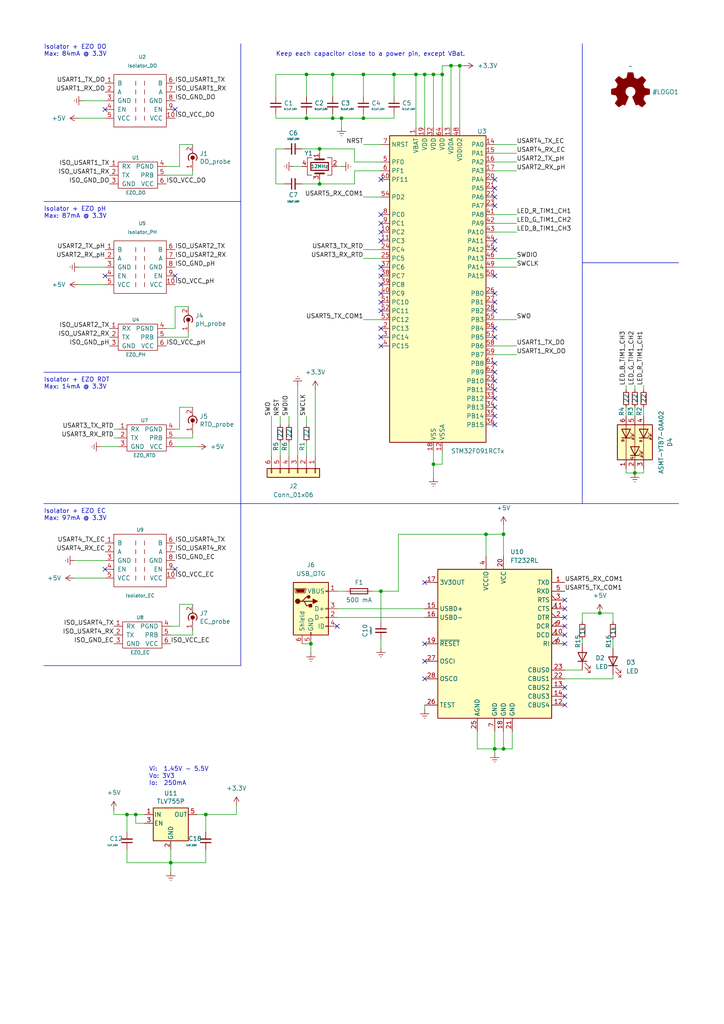
<source format=kicad_sch>
(kicad_sch (version 20230121) (generator eeschema)
  (paper "A4" portrait)
  (title_block (title "Sensor Board") (date "2023-07-06") (rev "1") (comment 1 "João Resende"))
  (lib_symbols
    (symbol "Connector:Conn_Coaxial_Power" (pin_names (offset 1.016) hide)
      (property "Reference" "J" (at -5.08 -1.27 90))
      (property "Value" "Conn_Coaxial_Power" (at -3.175 -1.27 90))
      (symbol "Conn_Coaxial_Power_1_1"
        (pin passive line (at 0 2.54 270) (length 2.54) (name "In") (number "1"))
        (pin passive line (at 0 -5.08 90) (length 2.54) (name "Ext") (number "2"))
      )
    )
    (symbol "Connector:USB_OTG" (pin_names (offset 1.016))
      (property "Reference" "J" (at -5.08 11.43 0))
      (property "Value" "USB_OTG" (at -5.08 8.89 0))
      (symbol "USB_OTG_1_1"
        (pin passive line (at 7.62 5.08 180) (length 2.54) (name "VBUS") (number "1"))
        (pin bidirectional line (at 7.62 -2.54 180) (length 2.54) (name "D-") (number "2"))
        (pin bidirectional line (at 7.62 0 180) (length 2.54) (name "D+") (number "3"))
        (pin passive line (at 7.62 -5.08 180) (length 2.54) (name "ID") (number "4"))
        (pin passive line (at 0 -10.16 90) (length 2.54) (name "GND") (number "5"))
        (pin passive line (at -2.54 -10.16 90) (length 2.54) (name "Shield") (number "6"))
      )
    )
    (symbol "Connector_Generic:Conn_01x06" (pin_names (offset 1.016) hide)
      (property "Reference" "J" (at 0 7.62 0))
      (property "Value" "Conn_01x06" (at 0 -10.16 0))
      (symbol "Conn_01x06_1_1"
        (pin passive line (at -5.08 5.08 0) (length 3.81) (name "Pin_1") (number "1"))
        (pin passive line (at -5.08 2.54 0) (length 3.81) (name "Pin_2") (number "2"))
        (pin passive line (at -5.08 0 0) (length 3.81) (name "Pin_3") (number "3"))
        (pin passive line (at -5.08 -2.54 0) (length 3.81) (name "Pin_4") (number "4"))
        (pin passive line (at -5.08 -5.08 0) (length 3.81) (name "Pin_5") (number "5"))
        (pin passive line (at -5.08 -7.62 0) (length 3.81) (name "Pin_6") (number "6"))
      )
    )
    (symbol "Device:C_Small" (pin_numbers hide) (pin_names (offset 0.254) hide)
      (property "Reference" "C" (at 0.254 1.778 0))
      (property "Value" "C_Small" (at 0.254 -2.032 0))
      (symbol "C_Small_1_1"
        (pin passive line (at 0 2.54 270) (length 2.032) (name "~") (number "1"))
        (pin passive line (at 0 -2.54 90) (length 2.032) (name "~") (number "2"))
      )
    )
    (symbol "Device:Crystal_GND24" (pin_names (offset 1.016) hide)
      (property "Reference" "Y" (at 3.175 5.08 0))
      (property "Value" "Crystal_GND24" (at 3.175 3.175 0))
      (symbol "Crystal_GND24_1_1"
        (pin passive line (at -3.81 0 0) (length 1.27) (name "1") (number "1"))
        (pin passive line (at 0 5.08 270) (length 1.27) (name "2") (number "2"))
        (pin passive line (at 3.81 0 180) (length 1.27) (name "3") (number "3"))
        (pin passive line (at 0 -5.08 90) (length 1.27) (name "4") (number "4"))
      )
    )
    (symbol "Device:Fuse" (pin_numbers hide) (pin_names (offset 0))
      (property "Reference" "F" (at 2.032 0 90))
      (property "Value" "Fuse" (at -1.905 0 90))
      (symbol "Fuse_1_1"
        (pin passive line (at 0 3.81 270) (length 1.27) (name "~") (number "1"))
        (pin passive line (at 0 -3.81 90) (length 1.27) (name "~") (number "2"))
      )
    )
    (symbol "Device:LED" (pin_numbers hide) (pin_names (offset 1.016) hide)
      (property "Reference" "D" (at 0 2.54 0))
      (property "Value" "LED" (at 0 -2.54 0))
      (symbol "LED_1_1"
        (pin passive line (at -3.81 0 0) (length 2.54) (name "K") (number "1"))
        (pin passive line (at 3.81 0 180) (length 2.54) (name "A") (number "2"))
      )
    )
    (symbol "Device:R_Small" (pin_numbers hide) (pin_names (offset 0.254) hide)
      (property "Reference" "R" (at 0.762 0.508 0))
      (property "Value" "R_Small" (at 0.762 -1.016 0))
      (symbol "R_Small_1_1"
        (pin passive line (at 0 2.54 270) (length 0.762) (name "~") (number "1"))
        (pin passive line (at 0 -2.54 90) (length 0.762) (name "~") (number "2"))
      )
    )
    (symbol "Graphic:Logo_Open_Hardware_Small" (in_bom no) (on_board no))
    (symbol "Interface_USB:FT232RL"
      (property "Reference" "U" (at -16.51 22.86 0))
      (property "Value" "FT232RL" (at 10.16 22.86 0))
      (symbol "FT232RL_1_1"
        (pin output line (at 20.32 17.78 180) (length 3.81) (name "TXD") (number "1"))
        (pin input input_low (at 20.32 2.54 180) (length 3.81) (name "DCD") (number "10"))
        (pin input input_low (at 20.32 10.16 180) (length 3.81) (name "CTS") (number "11"))
        (pin bidirectional line (at 20.32 -17.78 180) (length 3.81) (name "CBUS4") (number "12"))
        (pin bidirectional line (at 20.32 -12.7 180) (length 3.81) (name "CBUS2") (number "13"))
        (pin bidirectional line (at 20.32 -15.24 180) (length 3.81) (name "CBUS3") (number "14"))
        (pin bidirectional line (at -20.32 10.16 0) (length 3.81) (name "USBD+") (number "15"))
        (pin bidirectional line (at -20.32 7.62 0) (length 3.81) (name "USBD-") (number "16"))
        (pin power_out line (at -20.32 17.78 0) (length 3.81) (name "3V3OUT") (number "17"))
        (pin power_in line (at 2.54 -25.4 90) (length 3.81) (name "GND") (number "18"))
        (pin input line (at -20.32 0 0) (length 3.81) (name "~{RESET}") (number "19"))
        (pin output output_low (at 20.32 7.62 180) (length 3.81) (name "DTR") (number "2"))
        (pin power_in line (at 2.54 25.4 270) (length 3.81) (name "VCC") (number "20"))
        (pin power_in line (at 5.08 -25.4 90) (length 3.81) (name "GND") (number "21"))
        (pin bidirectional line (at 20.32 -10.16 180) (length 3.81) (name "CBUS1") (number "22"))
        (pin bidirectional line (at 20.32 -7.62 180) (length 3.81) (name "CBUS0") (number "23"))
        (pin power_in line (at -5.08 -25.4 90) (length 3.81) (name "AGND") (number "25"))
        (pin input line (at -20.32 -17.78 0) (length 3.81) (name "TEST") (number "26"))
        (pin input line (at -20.32 -5.08 0) (length 3.81) (name "OSCI") (number "27"))
        (pin output line (at -20.32 -10.16 0) (length 3.81) (name "OSCO") (number "28"))
        (pin output output_low (at 20.32 12.7 180) (length 3.81) (name "RTS") (number "3"))
        (pin power_in line (at -2.54 25.4 270) (length 3.81) (name "VCCIO") (number "4"))
        (pin input line (at 20.32 15.24 180) (length 3.81) (name "RXD") (number "5"))
        (pin input input_low (at 20.32 0 180) (length 3.81) (name "RI") (number "6"))
        (pin power_in line (at 0 -25.4 90) (length 3.81) (name "GND") (number "7"))
        (pin input input_low (at 20.32 5.08 180) (length 3.81) (name "DCR") (number "9"))
      )
    )
    (symbol "LED:ASMT-YTB7-0AA02" (pin_names hide)
      (property "Reference" "D" (at -5.08 6.35 0))
      (property "Value" "ASMT-YTB7-0AA02" (at -5.08 -6.35 0))
      (symbol "ASMT-YTB7-0AA02_0_0"
        (text "B" (at -0.508 -3.4544 0) (effects (font (size 0.762 0.762))))
        (text "G" (at 4.5466 -0.8382 0) (effects (font (size 0.762 0.762))))
        (text "R" (at -0.381 1.8034 0) (effects (font (size 0.762 0.762))))
      )
      (symbol "ASMT-YTB7-0AA02_1_1"
        (pin passive line (at 7.62 -2.54 180) (length 2.54) (name "KB") (number "1"))
        (pin passive line (at 7.62 0 180) (length 2.54) (name "KG") (number "2"))
        (pin passive line (at 7.62 2.54 180) (length 2.54) (name "KR") (number "3"))
        (pin passive line (at -7.62 2.54 0) (length 2.54) (name "AR") (number "4"))
        (pin passive line (at -7.62 0 0) (length 2.54) (name "AG") (number "5"))
        (pin passive line (at -7.62 -2.54 0) (length 2.54) (name "AB") (number "6"))
      )
    )
    (symbol "MCU_ST_STM32F0:STM32F091RCTx"
      (property "Reference" "U" (at -12.7 46.99 0))
      (property "Value" "STM32F091RCTx" (at 10.16 46.99 0))
      (symbol "STM32F091RCTx_1_1"
        (pin power_in line (at -5.08 48.26 270) (length 2.54) (name "VBAT") (number "1"))
        (pin bidirectional line (at -15.24 17.78 0) (length 2.54) (name "PC2") (number "10"))
        (pin bidirectional line (at -15.24 15.24 0) (length 2.54) (name "PC3") (number "11"))
        (pin power_in line (at 2.54 -45.72 90) (length 2.54) (name "VSSA") (number "12"))
        (pin power_in line (at 5.08 48.26 270) (length 2.54) (name "VDDA") (number "13"))
        (pin bidirectional line (at 17.78 43.18 180) (length 2.54) (name "PA0") (number "14"))
        (pin bidirectional line (at 17.78 40.64 180) (length 2.54) (name "PA1") (number "15"))
        (pin bidirectional line (at 17.78 38.1 180) (length 2.54) (name "PA2") (number "16"))
        (pin bidirectional line (at 17.78 35.56 180) (length 2.54) (name "PA3") (number "17"))
        (pin power_in line (at 0 -45.72 90) (length 2.54) (name "VSS") (number "18"))
        (pin power_in line (at -2.54 48.26 270) (length 2.54) (name "VDD") (number "19"))
        (pin bidirectional line (at -15.24 -10.16 0) (length 2.54) (name "PC13") (number "2"))
        (pin bidirectional line (at 17.78 33.02 180) (length 2.54) (name "PA4") (number "20"))
        (pin bidirectional line (at 17.78 30.48 180) (length 2.54) (name "PA5") (number "21"))
        (pin bidirectional line (at 17.78 27.94 180) (length 2.54) (name "PA6") (number "22"))
        (pin bidirectional line (at 17.78 25.4 180) (length 2.54) (name "PA7") (number "23"))
        (pin bidirectional line (at -15.24 12.7 0) (length 2.54) (name "PC4") (number "24"))
        (pin bidirectional line (at -15.24 10.16 0) (length 2.54) (name "PC5") (number "25"))
        (pin bidirectional line (at 17.78 0 180) (length 2.54) (name "PB0") (number "26"))
        (pin bidirectional line (at 17.78 -2.54 180) (length 2.54) (name "PB1") (number "27"))
        (pin bidirectional line (at 17.78 -5.08 180) (length 2.54) (name "PB2") (number "28"))
        (pin bidirectional line (at 17.78 -25.4 180) (length 2.54) (name "PB10") (number "29"))
        (pin bidirectional line (at -15.24 -12.7 0) (length 2.54) (name "PC14") (number "3"))
        (pin bidirectional line (at 17.78 -27.94 180) (length 2.54) (name "PB11") (number "30"))
        (pin passive line (at 0 -45.72 90) (length 2.54) hide (name "VSS") (number "31"))
        (pin power_in line (at 0 48.26 270) (length 2.54) (name "VDD") (number "32"))
        (pin bidirectional line (at 17.78 -30.48 180) (length 2.54) (name "PB12") (number "33"))
        (pin bidirectional line (at 17.78 -33.02 180) (length 2.54) (name "PB13") (number "34"))
        (pin bidirectional line (at 17.78 -35.56 180) (length 2.54) (name "PB14") (number "35"))
        (pin bidirectional line (at 17.78 -38.1 180) (length 2.54) (name "PB15") (number "36"))
        (pin bidirectional line (at -15.24 7.62 0) (length 2.54) (name "PC6") (number "37"))
        (pin bidirectional line (at -15.24 5.08 0) (length 2.54) (name "PC7") (number "38"))
        (pin bidirectional line (at -15.24 2.54 0) (length 2.54) (name "PC8") (number "39"))
        (pin bidirectional line (at -15.24 -15.24 0) (length 2.54) (name "PC15") (number "4"))
        (pin bidirectional line (at -15.24 0 0) (length 2.54) (name "PC9") (number "40"))
        (pin bidirectional line (at 17.78 22.86 180) (length 2.54) (name "PA8") (number "41"))
        (pin bidirectional line (at 17.78 20.32 180) (length 2.54) (name "PA9") (number "42"))
        (pin bidirectional line (at 17.78 17.78 180) (length 2.54) (name "PA10") (number "43"))
        (pin bidirectional line (at 17.78 15.24 180) (length 2.54) (name "PA11") (number "44"))
        (pin bidirectional line (at 17.78 12.7 180) (length 2.54) (name "PA12") (number "45"))
        (pin bidirectional line (at 17.78 10.16 180) (length 2.54) (name "PA13") (number "46"))
        (pin passive line (at 0 -45.72 90) (length 2.54) hide (name "VSS") (number "47"))
        (pin power_in line (at 7.62 48.26 270) (length 2.54) (name "VDDIO2") (number "48"))
        (pin bidirectional line (at 17.78 7.62 180) (length 2.54) (name "PA14") (number "49"))
        (pin bidirectional line (at -15.24 38.1 0) (length 2.54) (name "PF0") (number "5"))
        (pin bidirectional line (at 17.78 5.08 180) (length 2.54) (name "PA15") (number "50"))
        (pin bidirectional line (at -15.24 -2.54 0) (length 2.54) (name "PC10") (number "51"))
        (pin bidirectional line (at -15.24 -5.08 0) (length 2.54) (name "PC11") (number "52"))
        (pin bidirectional line (at -15.24 -7.62 0) (length 2.54) (name "PC12") (number "53"))
        (pin bidirectional line (at -15.24 27.94 0) (length 2.54) (name "PD2") (number "54"))
        (pin bidirectional line (at 17.78 -7.62 180) (length 2.54) (name "PB3") (number "55"))
        (pin bidirectional line (at 17.78 -10.16 180) (length 2.54) (name "PB4") (number "56"))
        (pin bidirectional line (at 17.78 -12.7 180) (length 2.54) (name "PB5") (number "57"))
        (pin bidirectional line (at 17.78 -15.24 180) (length 2.54) (name "PB6") (number "58"))
        (pin bidirectional line (at 17.78 -17.78 180) (length 2.54) (name "PB7") (number "59"))
        (pin bidirectional line (at -15.24 35.56 0) (length 2.54) (name "PF1") (number "6"))
        (pin bidirectional line (at -15.24 33.02 0) (length 2.54) (name "PF11") (number "60"))
        (pin bidirectional line (at 17.78 -20.32 180) (length 2.54) (name "PB8") (number "61"))
        (pin bidirectional line (at 17.78 -22.86 180) (length 2.54) (name "PB9") (number "62"))
        (pin passive line (at 0 -45.72 90) (length 2.54) hide (name "VSS") (number "63"))
        (pin power_in line (at 2.54 48.26 270) (length 2.54) (name "VDD") (number "64"))
        (pin input line (at -15.24 43.18 0) (length 2.54) (name "NRST") (number "7"))
        (pin bidirectional line (at -15.24 22.86 0) (length 2.54) (name "PC0") (number "8"))
        (pin bidirectional line (at -15.24 20.32 0) (length 2.54) (name "PC1") (number "9"))
      )
    )
    (symbol "Regulator_Linear:TLV70033_SOT23-5" (pin_names (offset 0.254))
      (property "Reference" "U" (at -3.81 5.715 0))
      (property "Value" "TLV70033_SOT23-5" (at 0 5.715 0))
      (symbol "TLV70033_SOT23-5_1_1"
        (pin power_in line (at -7.62 2.54 0) (length 2.54) (name "IN") (number "1"))
        (pin power_in line (at 0 -7.62 90) (length 2.54) (name "GND") (number "2"))
        (pin input line (at -7.62 0 0) (length 2.54) (name "EN") (number "3"))
        (pin no_connect line (at 5.08 0 180) (length 2.54) hide (name "NC") (number "4"))
        (pin power_out line (at 7.62 2.54 180) (length 2.54) (name "OUT") (number "5"))
      )
    )
    (symbol "board:EZO_Embedded_Circuit" (pin_names (offset 1.016))
      (property "Reference" "U" (at 0 5.08 0))
      (property "Value" "EZO_Embedded_Circuit" (at 1.27 -5.08 0))
      (symbol "EZO_Embedded_Circuit_1_1"
        (pin input line (at -7.62 2.54 0) (length 2.54) (name "RX") (number "1"))
        (pin input line (at -7.62 0 0) (length 2.54) (name "TX") (number "2"))
        (pin input line (at -7.62 -2.54 0) (length 2.54) (name "GND") (number "3"))
        (pin input line (at 8.89 2.54 180) (length 2.54) (name "PGND") (number "4"))
        (pin input line (at 8.89 0 180) (length 2.54) (name "PRB") (number "5"))
        (pin input line (at 8.89 -2.54 180) (length 2.54) (name "VCC") (number "6"))
      )
    )
    (symbol "board:EZO_Inline_Voltage_Isolator" (pin_names (offset 1.016))
      (property "Reference" "U" (at 0 8.89 0))
      (property "Value" "EZO_Inline_Voltage_Isolator" (at 0 -8.89 0))
      (symbol "EZO_Inline_Voltage_Isolator_1_1"
        (pin input line (at -10.16 5.08 0) (length 2.54) (name "B") (number "1"))
        (pin power_in line (at 10.16 -5.08 180) (length 2.54) (name "VCC") (number "10"))
        (pin input line (at -10.16 2.54 0) (length 2.54) (name "A") (number "2"))
        (pin power_out line (at -10.16 0 0) (length 2.54) (name "GND") (number "3"))
        (pin input line (at -10.16 -2.54 0) (length 2.54) (name "EN") (number "4"))
        (pin power_in line (at -10.16 -5.08 0) (length 2.54) (name "VCC") (number "5"))
        (pin input line (at 10.16 5.08 180) (length 2.54) (name "B") (number "6"))
        (pin input line (at 10.16 2.54 180) (length 2.54) (name "A") (number "7"))
        (pin power_out line (at 10.16 0 180) (length 2.54) (name "GND") (number "8"))
        (pin input line (at 10.16 -2.54 180) (length 2.54) (name "EN") (number "9"))
      )
    )
    (symbol "power:+3.3V" (power) (pin_names (offset 0))
      (property "Value" "+3.3V" (at 0 3.556 0))
      (symbol "+3.3V_1_1"
        (pin power_in line (at 0 0 90) (length 0) hide (name "+3.3V") (number "1"))
      )
    )
    (symbol "power:+5V" (power) (pin_names (offset 0))
      (property "Value" "+5V" (at 0 3.556 0))
      (symbol "+5V_1_1"
        (pin power_in line (at 0 0 90) (length 0) hide (name "+5V") (number "1"))
      )
    )
    (symbol "power:Earth" (power) (pin_names (offset 0))
      (symbol "Earth_1_1"
        (pin power_in line (at 0 0 270) (length 0) hide (name "Earth") (number "1"))
      )
    )
  )
  (junction (at 92.71 53.34))
  (junction (at 88.9 34.29))
  (junction (at 184.15 137.16))
  (junction (at 99.06 34.29))
  (junction (at 143.51 217.17))
  (junction (at 49.53 250.19))
  (junction (at 125.73 21.59))
  (junction (at 133.35 19.05))
  (junction (at 110.49 171.45))
  (junction (at 114.3 21.59))
  (junction (at 125.73 134.62))
  (junction (at 128.27 21.59))
  (junction (at 140.97 154.94))
  (junction (at 36.83 236.22))
  (junction (at 105.41 21.59))
  (junction (at 59.69 236.22))
  (junction (at 39.37 236.22))
  (junction (at 105.41 34.29))
  (junction (at 88.9 21.59))
  (junction (at 130.81 19.05))
  (junction (at 96.52 34.29))
  (junction (at 90.17 186.69))
  (junction (at 96.52 21.59))
  (junction (at 123.19 21.59))
  (junction (at 146.05 154.94))
  (junction (at 173.99 177.8))
  (junction (at 146.05 217.17))
  (junction (at 120.65 21.59))
  (junction (at 92.71 43.18))
  (no_connect (at 143.51 85.09))
  (no_connect (at 143.51 123.19))
  (no_connect (at 110.49 69.85))
  (no_connect (at 110.49 95.25))
  (no_connect (at 143.51 97.79))
  (no_connect (at 110.49 77.47))
  (no_connect (at 143.51 87.63))
  (no_connect (at 143.51 90.17))
  (no_connect (at 163.83 199.39))
  (no_connect (at 110.49 97.79))
  (no_connect (at 50.8 165.1))
  (no_connect (at 30.48 80.01))
  (no_connect (at 163.83 181.61))
  (no_connect (at 50.8 80.01))
  (no_connect (at 143.51 95.25))
  (no_connect (at 97.79 181.61))
  (no_connect (at 110.49 67.31))
  (no_connect (at 143.51 105.41))
  (no_connect (at 123.19 168.91))
  (no_connect (at 143.51 107.95))
  (no_connect (at 123.19 186.69))
  (no_connect (at 163.83 204.47))
  (no_connect (at 163.83 201.93))
  (no_connect (at 123.19 196.85))
  (no_connect (at 143.51 118.11))
  (no_connect (at 143.51 115.57))
  (no_connect (at 123.19 191.77))
  (no_connect (at 143.51 72.39))
  (no_connect (at 143.51 69.85))
  (no_connect (at 143.51 59.69))
  (no_connect (at 163.83 179.07))
  (no_connect (at 163.83 184.15))
  (no_connect (at 163.83 173.99))
  (no_connect (at 143.51 80.01))
  (no_connect (at 143.51 120.65))
  (no_connect (at 110.49 52.07))
  (no_connect (at 143.51 57.15))
  (no_connect (at 30.48 31.75))
  (no_connect (at 110.49 90.17))
  (no_connect (at 143.51 54.61))
  (no_connect (at 110.49 100.33))
  (no_connect (at 30.48 165.1))
  (no_connect (at 110.49 80.01))
  (no_connect (at 143.51 52.07))
  (no_connect (at 110.49 87.63))
  (no_connect (at 110.49 64.77))
  (no_connect (at 110.49 85.09))
  (no_connect (at 110.49 62.23))
  (no_connect (at 143.51 113.03))
  (no_connect (at 163.83 176.53))
  (no_connect (at 110.49 82.55))
  (no_connect (at 163.83 186.69))
  (no_connect (at 143.51 110.49))
  (no_connect (at 50.8 31.75))
  (wire (pts (xy 143.51 49.53) (xy 149.86 49.53)))
  (wire (pts (xy 50.8 95.25) (xy 50.8 88.9)))
  (wire (pts (xy 125.73 134.62) (xy 128.27 134.62)))
  (wire (pts (xy 125.73 134.62) (xy 125.73 138.43)))
  (wire (pts (xy 22.86 34.29) (xy 30.48 34.29)))
  (wire (pts (xy 54.61 97.79) (xy 54.61 96.52)))
  (wire (pts (xy 88.9 34.29) (xy 96.52 34.29)))
  (wire (pts (xy 143.51 102.87) (xy 149.86 102.87)))
  (wire (pts (xy 88.9 33.02) (xy 88.9 34.29)))
  (wire (pts (xy 48.26 50.8) (xy 55.88 50.8)))
  (wire (pts (xy 91.44 113.03) (xy 91.44 132.08)))
  (wire (pts (xy 88.9 21.59) (xy 88.9 27.94)))
  (wire (pts (xy 52.07 41.91) (xy 55.88 41.91)))
  (wire (pts (xy 50.8 129.54) (xy 57.15 129.54)))
  (wire (pts (xy 133.35 19.05) (xy 133.35 36.83)))
  (wire (pts (xy 82.55 53.34) (xy 80.01 53.34)))
  (wire (pts (xy 120.65 21.59) (xy 114.3 21.59)))
  (wire (pts (xy 82.55 43.18) (xy 80.01 43.18)))
  (wire (pts (xy 163.83 196.85) (xy 177.8 196.85)))
  (wire (pts (xy 173.99 177.8) (xy 177.8 177.8)))
  (wire (pts (xy 115.57 154.94) (xy 140.97 154.94)))
  (wire (pts (xy 80.01 34.29) (xy 88.9 34.29)))
  (wire (pts (xy 88.9 21.59) (xy 80.01 21.59)))
  (wire (pts (xy 50.8 88.9) (xy 54.61 88.9)))
  (wire (pts (xy 59.69 236.22) (xy 68.58 236.22)))
  (wire (pts (xy 96.52 34.29) (xy 99.06 34.29)))
  (wire (pts (xy 102.87 53.34) (xy 92.71 53.34)))
  (wire (pts (xy 181.61 137.16) (xy 184.15 137.16)))
  (wire (pts (xy 105.41 21.59) (xy 96.52 21.59)))
  (wire (pts (xy 39.37 236.22) (xy 39.37 238.76)))
  (wire (pts (xy 168.91 185.42) (xy 168.91 186.69)))
  (wire (pts (xy 92.71 43.18) (xy 102.87 43.18)))
  (wire (pts (xy 49.53 181.61) (xy 52.07 181.61)))
  (wire (pts (xy 146.05 154.94) (xy 146.05 161.29)))
  (wire (pts (xy 181.61 135.89) (xy 181.61 137.16)))
  (polyline (pts (xy 69.85 146.05) (xy 196.85 146.05)))
  (wire (pts (xy 105.41 72.39) (xy 110.49 72.39)))
  (wire (pts (xy 52.07 175.26) (xy 55.88 175.26)))
  (wire (pts (xy 52.07 48.26) (xy 52.07 41.91)))
  (wire (pts (xy 90.17 186.69) (xy 90.17 189.23)))
  (wire (pts (xy 52.07 124.46) (xy 52.07 118.11)))
  (wire (pts (xy 143.51 218.44) (xy 143.51 217.17)))
  (wire (pts (xy 92.71 52.07) (xy 92.71 53.34)))
  (wire (pts (xy 110.49 180.34) (xy 110.49 171.45)))
  (wire (pts (xy 125.73 21.59) (xy 125.73 36.83)))
  (wire (pts (xy 128.27 36.83) (xy 128.27 21.59)))
  (wire (pts (xy 105.41 57.15) (xy 110.49 57.15)))
  (wire (pts (xy 128.27 21.59) (xy 125.73 21.59)))
  (wire (pts (xy 99.06 34.29) (xy 105.41 34.29)))
  (wire (pts (xy 49.53 246.38) (xy 49.53 250.19)))
  (wire (pts (xy 33.02 236.22) (xy 36.83 236.22)))
  (wire (pts (xy 80.01 43.18) (xy 80.01 53.34)))
  (wire (pts (xy 22.86 82.55) (xy 30.48 82.55)))
  (wire (pts (xy 143.51 41.91) (xy 149.86 41.91)))
  (wire (pts (xy 181.61 111.76) (xy 181.61 113.03)))
  (wire (pts (xy 105.41 33.02) (xy 105.41 34.29)))
  (wire (pts (xy 177.8 196.85) (xy 177.8 195.58)))
  (wire (pts (xy 33.02 236.22) (xy 33.02 234.95)))
  (wire (pts (xy 49.53 250.19) (xy 49.53 252.73)))
  (wire (pts (xy 55.88 184.15) (xy 55.88 182.88)))
  (wire (pts (xy 143.51 64.77) (xy 149.86 64.77)))
  (wire (pts (xy 55.88 50.8) (xy 55.88 49.53)))
  (wire (pts (xy 22.86 77.47) (xy 30.48 77.47)))
  (wire (pts (xy 186.69 135.89) (xy 186.69 137.16)))
  (wire (pts (xy 81.28 128.27) (xy 81.28 132.08)))
  (wire (pts (xy 81.28 120.65) (xy 81.28 123.19)))
  (wire (pts (xy 114.3 21.59) (xy 105.41 21.59)))
  (wire (pts (xy 163.83 194.31) (xy 168.91 194.31)))
  (wire (pts (xy 186.69 111.76) (xy 186.69 113.03)))
  (wire (pts (xy 52.07 118.11) (xy 55.88 118.11)))
  (wire (pts (xy 143.51 77.47) (xy 149.86 77.47)))
  (polyline (pts (xy 168.91 76.2) (xy 196.85 76.2)))
  (wire (pts (xy 114.3 34.29) (xy 114.3 33.02)))
  (wire (pts (xy 177.8 177.8) (xy 177.8 180.34)))
  (wire (pts (xy 110.49 171.45) (xy 115.57 171.45)))
  (wire (pts (xy 41.91 238.76) (xy 39.37 238.76)))
  (wire (pts (xy 80.01 21.59) (xy 80.01 27.94)))
  (wire (pts (xy 148.59 217.17) (xy 146.05 217.17)))
  (wire (pts (xy 143.51 92.71) (xy 149.86 92.71)))
  (wire (pts (xy 48.26 48.26) (xy 52.07 48.26)))
  (wire (pts (xy 123.19 21.59) (xy 123.19 36.83)))
  (wire (pts (xy 50.8 124.46) (xy 52.07 124.46)))
  (wire (pts (xy 55.88 127) (xy 55.88 125.73)))
  (wire (pts (xy 123.19 205.74) (xy 123.19 204.47)))
  (wire (pts (xy 184.15 135.89) (xy 184.15 137.16)))
  (wire (pts (xy 128.27 130.81) (xy 128.27 134.62)))
  (wire (pts (xy 102.87 49.53) (xy 110.49 49.53)))
  (wire (pts (xy 146.05 212.09) (xy 146.05 217.17)))
  (wire (pts (xy 143.51 46.99) (xy 149.86 46.99)))
  (wire (pts (xy 99.06 48.26) (xy 97.79 48.26)))
  (wire (pts (xy 186.69 137.16) (xy 184.15 137.16)))
  (wire (pts (xy 96.52 33.02) (xy 96.52 34.29)))
  (wire (pts (xy 59.69 236.22) (xy 57.15 236.22)))
  (wire (pts (xy 34.29 124.46) (xy 33.02 124.46)))
  (wire (pts (xy 88.9 120.65) (xy 88.9 123.19)))
  (polyline (pts (xy 69.85 107.95) (xy 12.7 107.95)))
  (polyline (pts (xy 69.85 146.05) (xy 12.7 146.05)))
  (wire (pts (xy 39.37 236.22) (xy 41.91 236.22)))
  (wire (pts (xy 49.53 184.15) (xy 55.88 184.15)))
  (wire (pts (xy 143.51 217.17) (xy 138.43 217.17)))
  (wire (pts (xy 105.41 41.91) (xy 110.49 41.91)))
  (wire (pts (xy 143.51 100.33) (xy 149.86 100.33)))
  (wire (pts (xy 96.52 21.59) (xy 88.9 21.59)))
  (wire (pts (xy 59.69 236.22) (xy 59.69 241.3)))
  (wire (pts (xy 134.62 19.05) (xy 133.35 19.05)))
  (wire (pts (xy 59.69 246.38) (xy 59.69 250.19)))
  (polyline (pts (xy 69.85 58.42) (xy 12.7 58.42)))
  (wire (pts (xy 102.87 46.99) (xy 110.49 46.99)))
  (wire (pts (xy 114.3 21.59) (xy 114.3 27.94)))
  (wire (pts (xy 83.82 128.27) (xy 83.82 132.08)))
  (wire (pts (xy 105.41 21.59) (xy 105.41 27.94)))
  (wire (pts (xy 168.91 180.34) (xy 168.91 177.8)))
  (wire (pts (xy 115.57 171.45) (xy 115.57 154.94)))
  (wire (pts (xy 68.58 233.68) (xy 68.58 236.22)))
  (wire (pts (xy 21.59 167.64) (xy 30.48 167.64)))
  (wire (pts (xy 85.09 48.26) (xy 87.63 48.26)))
  (wire (pts (xy 78.74 120.65) (xy 78.74 132.08)))
  (wire (pts (xy 123.19 21.59) (xy 120.65 21.59)))
  (wire (pts (xy 50.8 127) (xy 55.88 127)))
  (wire (pts (xy 143.51 67.31) (xy 149.86 67.31)))
  (wire (pts (xy 99.06 34.29) (xy 99.06 36.83)))
  (wire (pts (xy 102.87 49.53) (xy 102.87 53.34)))
  (wire (pts (xy 140.97 154.94) (xy 140.97 161.29)))
  (wire (pts (xy 186.69 118.11) (xy 186.69 120.65)))
  (wire (pts (xy 102.87 43.18) (xy 102.87 46.99)))
  (wire (pts (xy 97.79 176.53) (xy 123.19 176.53)))
  (wire (pts (xy 184.15 111.76) (xy 184.15 113.03)))
  (wire (pts (xy 146.05 152.4) (xy 146.05 154.94)))
  (wire (pts (xy 97.79 179.07) (xy 123.19 179.07)))
  (wire (pts (xy 87.63 43.18) (xy 92.71 43.18)))
  (wire (pts (xy 105.41 92.71) (xy 110.49 92.71)))
  (wire (pts (xy 21.59 162.56) (xy 30.48 162.56)))
  (wire (pts (xy 48.26 95.25) (xy 50.8 95.25)))
  (wire (pts (xy 34.29 127) (xy 33.02 127)))
  (wire (pts (xy 87.63 186.69) (xy 90.17 186.69)))
  (wire (pts (xy 105.41 74.93) (xy 110.49 74.93)))
  (wire (pts (xy 52.07 181.61) (xy 52.07 175.26)))
  (wire (pts (xy 96.52 21.59) (xy 96.52 27.94)))
  (wire (pts (xy 143.51 62.23) (xy 149.86 62.23)))
  (wire (pts (xy 92.71 43.18) (xy 92.71 44.45)))
  (wire (pts (xy 130.81 19.05) (xy 133.35 19.05)))
  (wire (pts (xy 168.91 177.8) (xy 173.99 177.8)))
  (polyline (pts (xy 168.91 12.7) (xy 168.91 146.05)))
  (wire (pts (xy 97.79 171.45) (xy 100.33 171.45)))
  (wire (pts (xy 86.36 111.76) (xy 86.36 132.08)))
  (polyline (pts (xy 69.85 12.7) (xy 69.85 193.04)))
  (polyline (pts (xy 69.85 193.04) (xy 12.7 193.04)))
  (wire (pts (xy 125.73 130.81) (xy 125.73 134.62)))
  (wire (pts (xy 125.73 21.59) (xy 123.19 21.59)))
  (wire (pts (xy 80.01 33.02) (xy 80.01 34.29)))
  (wire (pts (xy 59.69 250.19) (xy 49.53 250.19)))
  (wire (pts (xy 181.61 118.11) (xy 181.61 120.65)))
  (wire (pts (xy 128.27 19.05) (xy 130.81 19.05)))
  (wire (pts (xy 87.63 53.34) (xy 92.71 53.34)))
  (wire (pts (xy 128.27 19.05) (xy 128.27 21.59)))
  (wire (pts (xy 143.51 212.09) (xy 143.51 217.17)))
  (wire (pts (xy 148.59 212.09) (xy 148.59 217.17)))
  (wire (pts (xy 107.95 171.45) (xy 110.49 171.45)))
  (wire (pts (xy 48.26 97.79) (xy 54.61 97.79)))
  (wire (pts (xy 105.41 34.29) (xy 114.3 34.29)))
  (wire (pts (xy 120.65 21.59) (xy 120.65 36.83)))
  (wire (pts (xy 143.51 44.45) (xy 149.86 44.45)))
  (wire (pts (xy 184.15 118.11) (xy 184.15 120.65)))
  (wire (pts (xy 138.43 217.17) (xy 138.43 212.09)))
  (wire (pts (xy 36.83 236.22) (xy 39.37 236.22)))
  (wire (pts (xy 140.97 154.94) (xy 146.05 154.94)))
  (wire (pts (xy 29.21 129.54) (xy 34.29 129.54)))
  (wire (pts (xy 88.9 128.27) (xy 88.9 132.08)))
  (wire (pts (xy 36.83 246.38) (xy 36.83 250.19)))
  (wire (pts (xy 36.83 250.19) (xy 49.53 250.19)))
  (wire (pts (xy 130.81 19.05) (xy 130.81 36.83)))
  (wire (pts (xy 177.8 185.42) (xy 177.8 187.96)))
  (wire (pts (xy 83.82 120.65) (xy 83.82 123.19)))
  (wire (pts (xy 110.49 185.42) (xy 110.49 187.96)))
  (wire (pts (xy 146.05 217.17) (xy 143.51 217.17)))
  (wire (pts (xy 36.83 236.22) (xy 36.83 241.3)))
  (wire (pts (xy 143.51 74.93) (xy 149.86 74.93)))
  (wire (pts (xy 24.13 29.21) (xy 30.48 29.21)))
  (text "Vi:  1.45V - 5.5V\nVo: 3V3\nIo:  250mA" (at 43.18 227.965 0) (effects (font (size 1.27 1.27)) (justify left bottom)))
  (text "Keep each capacitor close to a power pin, except VBat." (at 80.01 16.51 0) (effects (font (size 1.27 1.27)) (justify left bottom)))
  (text "Isolator + EZO EC\nMax: 97mA @ 3.3V" (at 12.7 151.13 0) (effects (font (size 1.27 1.27)) (justify left bottom)))
  (text "Isolator + EZO pH\nMax: 87mA @ 3.3V" (at 12.7 63.5 0) (effects (font (size 1.27 1.27)) (justify left bottom)))
  (text "Isolator + EZO DO\nMax: 84mA @ 3.3V" (at 12.7 16.51 0) (effects (font (size 1.27 1.27)) (justify left bottom)))
  (text "Isolator + EZO RDT\nMax: 14mA @ 3.3V" (at 12.7 113.03 0) (effects (font (size 1.27 1.27)) (justify left bottom)))
  (label "ISO_USART2_RX" (at 31.75 97.79 180))
  (label "NRST" (at 81.28 120.65 90))
  (label "LED_R_TIM1_CH1" (at 186.69 111.76 90))
  (label "USART2_RX_pH" (at 149.86 49.53 0))
  (label "ISO_VCC_pH" (at 50.8 82.55 0))
  (label "USART4_RX_EC" (at 30.48 160.02 180))
  (label "ISO_USART1_TX" (at 50.8 24.13 0))
  (label "ISO_USART1_RX" (at 31.75 50.8 180))
  (label "ISO_USART4_RX" (at 33.02 184.15 180))
  (label "SWCLK" (at 149.86 77.47 0))
  (label "ISO_USART1_RX" (at 50.8 26.67 0))
  (label "USART3_TX_RTD" (at 105.41 72.39 180))
  (label "USART2_TX_pH" (at 149.86 46.99 0))
  (label "ISO_USART2_RX" (at 50.8 74.93 0))
  (label "LED_G_TIM1_CH2" (at 184.15 111.76 90))
  (label "ISO_GND_pH" (at 50.8 77.47 0))
  (label "ISO_USART2_TX" (at 31.75 95.25 180))
  (label "USART1_TX_DO" (at 149.86 100.33 0))
  (label "USART1_RX_DO" (at 149.86 102.87 0))
  (label "USART5_TX_COM1" (at 105.41 92.71 180))
  (label "USART5_TX_COM1" (at 163.83 171.45 0))
  (label "ISO_GND_EC" (at 33.02 186.69 180))
  (label "USART4_TX_EC" (at 30.48 157.48 180))
  (label "ISO_GND_DO" (at 31.75 53.34 180))
  (label "USART2_TX_pH" (at 30.48 72.39 180))
  (label "ISO_USART4_TX" (at 50.8 157.48 0))
  (label "ISO_USART4_RX" (at 50.8 160.02 0))
  (label "USART1_RX_DO" (at 30.48 26.67 180))
  (label "ISO_GND_DO" (at 50.8 29.21 0))
  (label "ISO_USART4_TX" (at 33.02 181.61 180))
  (label "ISO_GND_EC" (at 50.8 162.56 0))
  (label "SWDIO" (at 149.86 74.93 0))
  (label "NRST" (at 105.41 41.91 180))
  (label "USART3_RX_RTD" (at 33.02 127 180))
  (label "ISO_VCC_EC" (at 50.8 167.64 0))
  (label "SWO" (at 78.74 120.65 90))
  (label "ISO_GND_pH" (at 31.75 100.33 180))
  (label "ISO_VCC_pH" (at 48.26 100.33 0))
  (label "SWDIO" (at 83.82 120.65 90))
  (label "LED_R_TIM1_CH1" (at 149.86 62.23 0))
  (label "LED_B_TIM1_CH3" (at 181.61 111.76 90))
  (label "LED_B_TIM1_CH3" (at 149.86 67.31 0))
  (label "LED_G_TIM1_CH2" (at 149.86 64.77 0))
  (label "ISO_VCC_DO" (at 50.8 34.29 0))
  (label "USART3_RX_RTD" (at 105.41 74.93 180))
  (label "ISO_USART1_TX" (at 31.75 48.26 180))
  (label "USART5_RX_COM1" (at 163.83 168.91 0))
  (label "ISO_USART2_TX" (at 50.8 72.39 0))
  (label "SWCLK" (at 88.9 120.65 90))
  (label "ISO_VCC_EC" (at 49.53 186.69 0))
  (label "USART2_RX_pH" (at 30.48 74.93 180))
  (label "SWO" (at 149.86 92.71 0))
  (label "USART1_TX_DO" (at 30.48 24.13 180))
  (label "USART4_TX_EC" (at 149.86 41.91 0))
  (label "USART4_RX_EC" (at 149.86 44.45 0))
  (label "ISO_VCC_DO" (at 48.26 53.34 0))
  (label "USART5_RX_COM1" (at 105.41 57.15 180))
  (label "USART3_TX_RTD" (at 33.02 124.46 180))
  (symbol (lib_id "power:+5V") (at 22.86 34.29 90) (unit 1)
    (property "Reference" "#PWR03" (effects hide))
    (property "Value" "+5V" (at 19.05 34.29 90) (effects (justify left)))
  )
  (symbol (lib_id "Interface_USB:FT232RL") (at 143.51 186.69 0) (unit 1)
    (property "Reference" "U10" (at 148.0059 160.02 0) (effects (justify left)))
    (property "Value" "FT232RL" (at 148.0059 162.56 0) (effects (justify left)))
    (property "Footprint" "Package_SO:SSOP-28_5.3x10.2mm_P0.65mm" (effects hide))
    (property "Datasheet" "https://www.ftdichip.com/Support/Documents/DataSheets/ICs/DS_FT232R.pdf" (effects hide))
  )
  (symbol (lib_id "power:+5V") (at 21.59 167.64 90) (unit 1)
    (property "Reference" "#PWR014" (effects hide))
    (property "Value" "+5V" (at 17.78 167.64 90) (effects (justify left)))
  )
  (symbol (lib_id "power:Earth") (at 29.21 129.54 270) (unit 1)
    (property "Reference" "#PWR010" (effects hide))
    (property "Value" "Earth" (effects hide))
  )
  (symbol (lib_id "Connector:Conn_Coaxial_Power") (at 55.88 180.34 180) (unit 1)
    (property "Reference" "J7" (at 57.912 177.9016 0) (effects (justify right)))
    (property "Value" "EC_probe" (at 57.912 180.213 0) (effects (justify right)))
    (property "Footprint" "Connector_Coaxial:BNC_Amphenol_B6252HB-NPP3G-50_Horizontal" (effects hide))
    (property "Datasheet" "https://atlas-scientific.com/files/EC_K_10_probe.pdf" (effects hide))
  )
  (symbol (lib_id "Device:LED") (at 168.91 190.5 90) (unit 1)
    (property "Reference" "D2" (at 172.72 190.8175 90) (effects (justify right)))
    (property "Value" "LED" (at 172.72 193.3575 90) (effects (justify right)))
    (property "Footprint" "LED_SMD:LED_0603_1608Metric_Pad1.05x0.95mm_HandSolder" (effects hide))
  )
  (symbol (lib_id "Device:C_Small") (at 85.09 43.18 270) (unit 1)
    (property "Reference" "C6" (at 85.09 38.5826 90))
    (property "Value" "10pF,16V" (at 85.09 40.2844 90) (effects (font (size 0.508 0.508))))
    (property "Footprint" "Capacitor_SMD:C_0603_1608Metric" (effects hide))
  )
  (symbol (lib_id "Device:R_Small") (at 177.8 182.88 0) (unit 1)
    (property "Reference" "R16" (at 176.53 187.96 90) (effects (justify left)))
    (property "Value" "1k" (at 177.8 184.15 90) (effects (justify left)))
    (property "Footprint" "Resistor_SMD:R_0603_1608Metric_Pad0.98x0.95mm_HandSolder" (effects hide))
  )
  (symbol (lib_id "power:Earth") (at 143.51 218.44 0) (unit 1)
    (property "Reference" "#PWR011" (effects hide))
    (property "Value" "Earth" (effects hide))
  )
  (symbol (lib_id "power:Earth") (at 123.19 205.74 0) (unit 1)
    (property "Reference" "#PWR012" (effects hide))
    (property "Value" "Earth" (effects hide))
  )
  (symbol (lib_id "power:Earth") (at 24.13 29.21 270) (unit 1)
    (property "Reference" "#PWR06" (effects hide))
    (property "Value" "Earth" (effects hide))
  )
  (symbol (lib_id "LED:ASMT-YTB7-0AA02") (at 184.15 128.27 270) (unit 1)
    (property "Reference" "D4" (at 194.31 128.27 0))
    (property "Value" "ASMT-YTB7-0AA02" (at 191.77 128.27 0))
    (property "Footprint" "LED_SMD:LED_Avago_PLCC6_3x2.8mm" (effects hide))
    (property "Datasheet" "https://docs.broadcom.com/docs/AV02-3793EN" (effects hide))
  )
  (symbol (lib_id "Connector:USB_OTG") (at 90.17 176.53 0) (unit 1)
    (property "Reference" "J6" (at 90.17 163.83 0))
    (property "Value" "USB_OTG" (at 90.17 166.37 0))
    (property "Footprint" "Connector_USB:USB_Mini-B_Lumberg_2486_01_Horizontal" (effects hide))
    (property "Datasheet" " ~" (effects hide))
  )
  (symbol (lib_id "Device:Fuse") (at 104.14 171.45 90) (unit 1)
    (property "Reference" "F1" (at 104.14 168.91 90))
    (property "Value" "500 mA" (at 104.14 173.99 90))
    (property "Footprint" "Fuse:Fuse_0603_1608Metric_Pad1.05x0.95mm_HandSolder" (effects hide))
  )
  (symbol (lib_id "power:Earth") (at 90.17 189.23 0) (unit 1)
    (property "Reference" "#PWR02" (effects hide))
    (property "Value" "Earth" (effects hide))
  )
  (symbol (lib_id "Graphic:Logo_Open_Hardware_Small") (at 182.88 26.67 0) (unit 1)
    (property "Reference" "#LOGO1" (at 193.04 26.67 0))
    (property "Value" "~" (at 182.88 19.2024 0))
    (property "Footprint" "feedfirst:INESCTEC" (effects hide))
  )
  (symbol (lib_id "board:EZO_Inline_Voltage_Isolator") (at 40.64 162.56 0) (unit 1)
    (property "Reference" "U9" (at 40.64 153.67 0) (effects (font (size 0.9906 0.9906))))
    (property "Value" "Isolator_EC" (at 40.64 172.72 0) (effects (font (size 0.9906 0.9906))))
    (property "Footprint" "board:EZO_voltage_isolator" (effects hide))
    (property "Datasheet" "https://atlas-scientific.com/files/basic-ezo-inline-voltage-isolator.pdf" (effects hide))
  )
  (symbol (lib_id "Connector_Generic:Conn_01x06") (at 86.36 137.16 270) (unit 1)
    (property "Reference" "J2" (at 85.09 140.97 90))
    (property "Value" "Conn_01x06" (at 85.09 143.51 90))
    (property "Footprint" "Connector_JST:JST_GH_SM06B-GHS-TB_1x06-1MP_P1.25mm_Horizontal" (effects hide))
  )
  (symbol (lib_id "Device:R_Small") (at 83.82 125.73 0) (unit 1)
    (property "Reference" "R6" (at 82.55 130.81 90) (effects (justify left)))
    (property "Value" "22" (at 83.82 127 90) (effects (justify left)))
    (property "Footprint" "Resistor_SMD:R_0603_1608Metric_Pad0.98x0.95mm_HandSolder" (effects hide))
  )
  (symbol (lib_id "power:+5V") (at 146.05 152.4 0) (unit 1)
    (property "Reference" "#PWR05" (effects hide))
    (property "Value" "+5V" (at 146.05 147.32 0))
  )
  (symbol (lib_id "power:Earth") (at 125.73 138.43 0) (unit 1)
    (property "Reference" "#PWR033" (effects hide))
    (property "Value" "Earth" (effects hide))
  )
  (symbol (lib_id "Device:C_Small") (at 110.49 182.88 0) (unit 1)
    (property "Reference" "C10" (at 105.8926 182.88 90))
    (property "Value" "100nF" (at 107.5944 182.88 90) (effects (font (size 0.508 0.508))))
    (property "Footprint" "Capacitor_SMD:C_0603_1608Metric" (effects hide))
  )
  (symbol (lib_id "power:Earth") (at 86.36 111.76 180) (unit 1)
    (property "Reference" "#PWR017" (effects hide))
    (property "Value" "Earth" (effects hide))
  )
  (symbol (lib_id "Device:C_Small") (at 88.9 30.48 0) (unit 1)
    (property "Reference" "C2" (at 91.2368 29.9212 0) (effects (justify left)))
    (property "Value" "0.1uF,16V" (at 91.2368 31.623 0) (effects (font (size 0.508 0.508)) (justify left)))
    (property "Footprint" "Capacitor_SMD:C_0603_1608Metric" (effects hide))
  )
  (symbol (lib_id "power:+3.3V") (at 134.62 19.05 270) (unit 1)
    (property "Reference" "#PWR030" (effects hide))
    (property "Value" "+3.3V" (at 138.43 19.05 90) (effects (justify left)))
  )
  (symbol (lib_id "Device:LED") (at 177.8 191.77 90) (unit 1)
    (property "Reference" "D3" (at 181.61 192.0875 90) (effects (justify right)))
    (property "Value" "LED" (at 181.61 194.6275 90) (effects (justify right)))
    (property "Footprint" "LED_SMD:LED_0603_1608Metric_Pad1.05x0.95mm_HandSolder" (effects hide))
  )
  (symbol (lib_id "power:+3.3V") (at 68.58 233.68 0) (unit 1)
    (property "Reference" "#PWR026" (effects hide))
    (property "Value" "+3.3V" (at 68.58 228.6 0))
  )
  (symbol (lib_id "Device:R_Small") (at 181.61 115.57 0) (unit 1)
    (property "Reference" "R4" (at 180.34 120.65 90) (effects (justify left)))
    (property "Value" "22" (at 181.61 116.84 90) (effects (justify left)))
    (property "Footprint" "Resistor_SMD:R_0603_1608Metric_Pad0.98x0.95mm_HandSolder" (effects hide))
  )
  (symbol (lib_id "power:+5V") (at 22.86 82.55 90) (unit 1)
    (property "Reference" "#PWR07" (effects hide))
    (property "Value" "+5V" (at 19.05 82.55 90) (effects (justify left)))
  )
  (symbol (lib_id "power:Earth") (at 99.06 48.26 90) (unit 1)
    (property "Reference" "#PWR032" (effects hide))
    (property "Value" "Earth" (effects hide))
  )
  (symbol (lib_id "MCU_ST_STM32F0:STM32F091RCTx") (at 125.73 85.09 0) (unit 1)
    (property "Reference" "U3" (at 138.43 38.1 0) (effects (justify left)))
    (property "Value" "STM32F091RCTx" (at 130.81 130.81 0) (effects (justify left)))
    (property "Footprint" "Package_QFP:LQFP-64_10x10mm_P0.5mm" (effects hide))
    (property "Datasheet" "https://www.st.com/resource/en/datasheet/stm32f091rc.pdf" (effects hide))
  )
  (symbol (lib_id "Device:C_Small") (at 114.3 30.48 0) (unit 1)
    (property "Reference" "C5" (at 116.6368 29.9212 0) (effects (justify left)))
    (property "Value" "0.1uF,16V" (at 116.6368 31.623 0) (effects (font (size 0.508 0.508)) (justify left)))
    (property "Footprint" "Capacitor_SMD:C_0603_1608Metric" (effects hide))
  )
  (symbol (lib_id "board:EZO_Embedded_Circuit") (at 39.37 50.8 0) (unit 1)
    (property "Reference" "U1" (at 39.37 45.72 0) (effects (font (size 0.9906 0.9906))))
    (property "Value" "EZO_DO" (at 39.37 55.88 0) (effects (font (size 0.9906 0.9906))))
    (property "Footprint" "board:EZO_circuit" (effects hide))
    (property "Datasheet" "https://atlas-scientific.com/files/DO_EZO_Datasheet.pdf" (effects hide))
  )
  (symbol (lib_id "Connector:Conn_Coaxial_Power") (at 54.61 93.98 180) (unit 1)
    (property "Reference" "J4" (at 56.642 91.5416 0) (effects (justify right)))
    (property "Value" "pH_probe" (at 56.642 93.853 0) (effects (justify right)))
    (property "Footprint" "Connector_Coaxial:BNC_Amphenol_B6252HB-NPP3G-50_Horizontal" (effects hide))
    (property "Datasheet" "https://atlas-scientific.com/files/pH_probe.pdf" (effects hide))
  )
  (symbol (lib_id "power:+5V") (at 173.99 177.8 0) (unit 1)
    (property "Reference" "#PWR016" (effects hide))
    (property "Value" "+5V" (at 173.99 172.72 0))
  )
  (symbol (lib_id "Device:R_Small") (at 186.69 115.57 0) (unit 1)
    (property "Reference" "R2" (at 185.42 120.65 90) (effects (justify left)))
    (property "Value" "22" (at 186.69 116.84 90) (effects (justify left)))
    (property "Footprint" "Resistor_SMD:R_0603_1608Metric_Pad0.98x0.95mm_HandSolder" (effects hide))
  )
  (symbol (lib_id "Device:C_Small") (at 85.09 53.34 90) (unit 1)
    (property "Reference" "C7" (at 85.09 56.515 90))
    (property "Value" "10pF,16V" (at 85.09 58.42 90) (effects (font (size 0.508 0.508))))
    (property "Footprint" "Capacitor_SMD:C_0603_1608Metric" (effects hide))
  )
  (symbol (lib_id "board:EZO_Embedded_Circuit") (at 39.37 97.79 0) (unit 1)
    (property "Reference" "U4" (at 39.37 92.71 0) (effects (font (size 0.9906 0.9906))))
    (property "Value" "EZO_PH" (at 39.37 102.87 0) (effects (font (size 0.9906 0.9906))))
    (property "Footprint" "board:EZO_circuit" (effects hide))
    (property "Datasheet" "https://atlas-scientific.com/files/pH_EZO_Datasheet.pdf" (effects hide))
  )
  (symbol (lib_id "power:Earth") (at 22.86 77.47 270) (unit 1)
    (property "Reference" "#PWR01" (effects hide))
    (property "Value" "Earth" (effects hide))
  )
  (symbol (lib_id "Device:C_Small") (at 36.83 243.84 180) (unit 1)
    (property "Reference" "C12" (at 31.75 243.205 0) (effects (justify right)))
    (property "Value" "1uF,16V" (at 31.115 245.11 0) (effects (font (size 0.508 0.508)) (justify right)))
    (property "Footprint" "Capacitor_SMD:C_0603_1608Metric" (effects hide))
  )
  (symbol (lib_id "power:Earth") (at 99.06 36.83 0) (unit 1)
    (property "Reference" "#PWR029" (effects hide))
    (property "Value" "Earth" (effects hide))
  )
  (symbol (lib_id "Device:R_Small") (at 81.28 125.73 0) (unit 1)
    (property "Reference" "R5" (at 80.01 130.81 90) (effects (justify left)))
    (property "Value" "22" (at 81.28 127 90) (effects (justify left)))
    (property "Footprint" "Resistor_SMD:R_0603_1608Metric_Pad0.98x0.95mm_HandSolder" (effects hide))
  )
  (symbol (lib_id "power:+5V") (at 57.15 129.54 270) (unit 1)
    (property "Reference" "#PWR024" (effects hide))
    (property "Value" "+5V" (at 60.96 129.54 90) (effects (justify left)))
  )
  (symbol (lib_id "power:Earth") (at 110.49 187.96 0) (unit 1)
    (property "Reference" "#PWR08" (effects hide))
    (property "Value" "Earth" (effects hide))
  )
  (symbol (lib_id "power:+5V") (at 33.02 234.95 0) (unit 1)
    (property "Reference" "#PWR018" (effects hide))
    (property "Value" "+5V" (at 33.02 229.87 0))
  )
  (symbol (lib_id "board:EZO_Embedded_Circuit") (at 41.91 127 0) (unit 1)
    (property "Reference" "U7" (at 41.91 121.92 0) (effects (font (size 0.9906 0.9906))))
    (property "Value" "EZO_RTD" (at 41.91 132.08 0) (effects (font (size 0.9906 0.9906))))
    (property "Footprint" "board:EZO_circuit" (effects hide))
    (property "Datasheet" "https://atlas-scientific.com/files/EZO_RTD_Datasheet.pdf" (effects hide))
  )
  (symbol (lib_id "Device:C_Small") (at 105.41 30.48 0) (unit 1)
    (property "Reference" "C4" (at 107.7468 29.9212 0) (effects (justify left)))
    (property "Value" "0.1uF,16V" (at 107.7468 31.623 0) (effects (font (size 0.508 0.508)) (justify left)))
    (property "Footprint" "Capacitor_SMD:C_0603_1608Metric" (effects hide))
  )
  (symbol (lib_id "power:+3.3V") (at 91.44 113.03 0) (unit 1)
    (property "Reference" "#PWR015" (effects hide))
    (property "Value" "+3.3V" (at 91.44 107.95 0))
  )
  (symbol (lib_id "Device:C_Small") (at 59.69 243.84 180) (unit 1)
    (property "Reference" "C18" (at 54.61 243.205 0) (effects (justify right)))
    (property "Value" "1uF,16V" (at 53.975 245.11 0) (effects (font (size 0.508 0.508)) (justify right)))
    (property "Footprint" "Capacitor_SMD:C_0603_1608Metric" (effects hide))
  )
  (symbol (lib_id "power:Earth") (at 21.59 162.56 270) (unit 1)
    (property "Reference" "#PWR04" (effects hide))
    (property "Value" "Earth" (effects hide))
  )
  (symbol (lib_id "power:Earth") (at 184.15 137.16 0) (unit 1)
    (property "Reference" "#PWR013" (effects hide))
    (property "Value" "Earth" (effects hide))
  )
  (symbol (lib_id "power:Earth") (at 85.09 48.26 270) (unit 1)
    (property "Reference" "#PWR031" (effects hide))
    (property "Value" "Earth" (effects hide))
  )
  (symbol (lib_id "Device:Crystal_GND24") (at 92.71 48.26 270) (unit 1)
    (property "Reference" "Y1" (at 88.265 44.45 90) (effects (justify left)))
    (property "Value" "12MHz" (at 90.17 48.26 90) (effects (font (size 0.9906 0.9906)) (justify left)))
    (property "Footprint" "Crystal:Crystal_SMD_Abracon_ABM8G-4Pin_3.2x2.5mm" (effects hide))
    (property "Datasheet" "https://abracon.com/Resonators/ABM8G.pdf" (effects hide))
  )
  (symbol (lib_id "Device:R_Small") (at 168.91 182.88 0) (unit 1)
    (property "Reference" "R15" (at 167.64 187.96 90) (effects (justify left)))
    (property "Value" "1k" (at 168.91 184.15 90) (effects (justify left)))
    (property "Footprint" "Resistor_SMD:R_0603_1608Metric_Pad0.98x0.95mm_HandSolder" (effects hide))
  )
  (symbol (lib_id "Connector:Conn_Coaxial_Power") (at 55.88 46.99 180) (unit 1)
    (property "Reference" "J1" (at 57.912 44.5516 0) (effects (justify right)))
    (property "Value" "DO_probe" (at 57.912 46.863 0) (effects (justify right)))
    (property "Footprint" "Connector_Coaxial:BNC_Amphenol_B6252HB-NPP3G-50_Horizontal" (effects hide))
    (property "Datasheet" "https://atlas-scientific.com/files/LG_DO_probe.pdf" (effects hide))
  )
  (symbol (lib_id "Device:C_Small") (at 96.52 30.48 0) (unit 1)
    (property "Reference" "C3" (at 98.8568 29.9212 0) (effects (justify left)))
    (property "Value" "0.1uF,16V" (at 98.8568 31.623 0) (effects (font (size 0.508 0.508)) (justify left)))
    (property "Footprint" "Capacitor_SMD:C_0603_1608Metric" (effects hide))
  )
  (symbol (lib_id "Device:R_Small") (at 184.15 115.57 0) (unit 1)
    (property "Reference" "R3" (at 182.88 120.65 90) (effects (justify left)))
    (property "Value" "22" (at 184.15 116.84 90) (effects (justify left)))
    (property "Footprint" "Resistor_SMD:R_0603_1608Metric_Pad0.98x0.95mm_HandSolder" (effects hide))
  )
  (symbol (lib_id "Regulator_Linear:TLV70033_SOT23-5") (at 49.53 238.76 0) (unit 1)
    (property "Reference" "U11" (at 49.53 230.0732 0))
    (property "Value" "TLV755P" (at 49.53 232.3846 0))
    (property "Footprint" "Package_TO_SOT_SMD:SOT-23-5" (effects hide))
    (property "Datasheet" "https://www.ti.com/lit/ds/symlink/tlv755p.pdf" (effects hide))
    (property "Manufactor" "TLV75533PDBVR" (effects hide))
  )
  (symbol (lib_id "Connector:Conn_Coaxial_Power") (at 55.88 123.19 180) (unit 1)
    (property "Reference" "J5" (at 57.912 120.7516 0) (effects (justify right)))
    (property "Value" "RTD_probe" (at 57.912 123.063 0) (effects (justify right)))
    (property "Footprint" "Connector_Coaxial:BNC_Amphenol_B6252HB-NPP3G-50_Horizontal" (effects hide))
    (property "Datasheet" "https://atlas-scientific.com/files/PT-1000-probe.pdf" (effects hide))
  )
  (symbol (lib_id "Device:C_Small") (at 80.01 30.48 0) (unit 1)
    (property "Reference" "C1" (at 82.3468 29.9212 0) (effects (justify left)))
    (property "Value" "0.1uF,16V" (at 82.3468 31.623 0) (effects (font (size 0.508 0.508)) (justify left)))
    (property "Footprint" "Capacitor_SMD:C_0603_1608Metric" (effects hide))
  )
  (symbol (lib_id "board:EZO_Embedded_Circuit") (at 40.64 184.15 0) (unit 1)
    (property "Reference" "U8" (at 40.64 179.07 0) (effects (font (size 0.9906 0.9906))))
    (property "Value" "EZO_EC" (at 40.64 189.23 0) (effects (font (size 0.9906 0.9906))))
    (property "Footprint" "board:EZO_circuit" (effects hide))
    (property "Datasheet" "https://atlas-scientific.com/files/EC_EZO_Datasheet.pdf" (effects hide))
  )
  (symbol (lib_id "Device:R_Small") (at 88.9 125.73 0) (unit 1)
    (property "Reference" "R1" (at 87.63 130.81 90) (effects (justify left)))
    (property "Value" "22" (at 88.9 127 90) (effects (justify left)))
    (property "Footprint" "Resistor_SMD:R_0603_1608Metric_Pad0.98x0.95mm_HandSolder" (effects hide))
  )
  (symbol (lib_id "board:EZO_Inline_Voltage_Isolator") (at 40.64 29.21 0) (unit 1)
    (property "Reference" "U2" (at 41.275 16.51 0) (effects (font (size 0.9906 0.9906))))
    (property "Value" "Isolator_DO" (at 41.275 19.05 0) (effects (font (size 0.9906 0.9906))))
    (property "Footprint" "board:EZO_voltage_isolator" (effects hide))
    (property "Datasheet" "https://atlas-scientific.com/files/basic-ezo-inline-voltage-isolator.pdf" (effects hide))
  )
  (symbol (lib_id "power:Earth") (at 49.53 252.73 0) (unit 1)
    (property "Reference" "#PWR037" (effects hide))
    (property "Value" "Earth" (effects hide))
  )
  (symbol (lib_id "board:EZO_Inline_Voltage_Isolator") (at 40.64 77.47 0) (unit 1)
    (property "Reference" "U5" (at 41.275 64.77 0) (effects (font (size 0.9906 0.9906))))
    (property "Value" "Isolator_PH" (at 41.275 67.31 0) (effects (font (size 0.9906 0.9906))))
    (property "Footprint" "board:EZO_voltage_isolator" (effects hide))
    (property "Datasheet" "https://atlas-scientific.com/files/basic-ezo-inline-voltage-isolator.pdf" (effects hide))
  )
)
</source>
